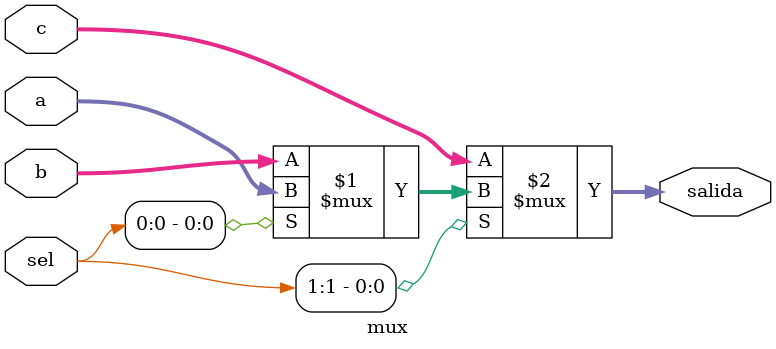
<source format=v>
module mux(
input [7:0] a, b, c, 
input [1:0] sel,
output [7:0] salida
);

assign  salida = sel[1] ? (sel[0] ? a : b) : c;

endmodule

</source>
